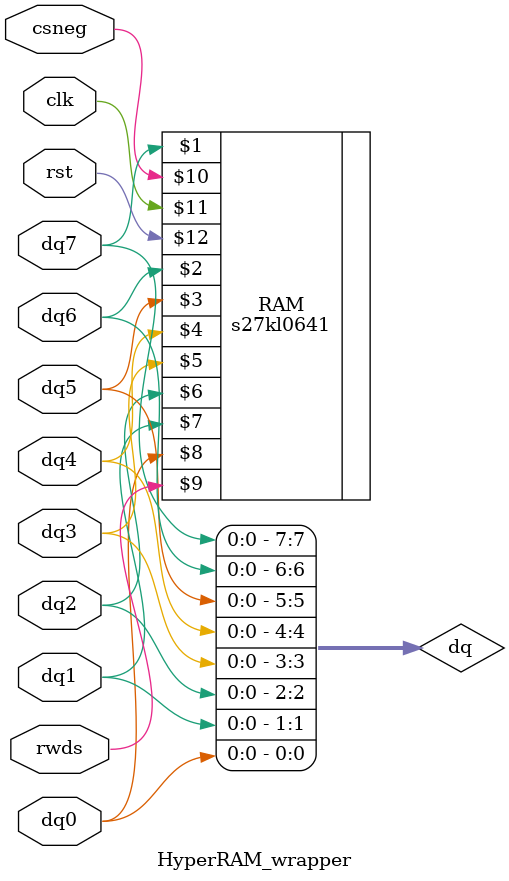
<source format=v>
`timescale 1ns/1ns
module HyperRAM_wrapper(
    dq7      ,
    dq6      ,
    dq5      ,
    dq4      ,
    dq3      ,
    dq2      ,
    dq1      ,
    dq0      ,
    rwds     ,
    csneg    ,
    clk       ,
    rst ,
);

inout  dq7;
inout  dq6;
inout  dq5;
inout  dq4;
inout  dq3;
inout  dq2;
inout  dq1;
inout  dq0;
inout  rwds;
input  csneg;
input  clk;
input  rst;


wire [7:0] dq;
assign dq={dq7,dq6,dq5,dq4,dq3,dq2,dq1,dq0};


s27kl0641
	#(
	.TimingModel("S27KL0641DABHI000"))
RAM
(
    dq7      ,
    dq6      ,
    dq5      ,
    dq4      ,
    dq3      ,
    dq2      ,
    dq1      ,
    dq0      ,
    rwds     ,

    csneg    ,
    clk       ,
    rst
    );


	initial begin
		// #160e6;
		$dumpfile("dump.vcd");
		$dumpvars;
	end


endmodule

</source>
